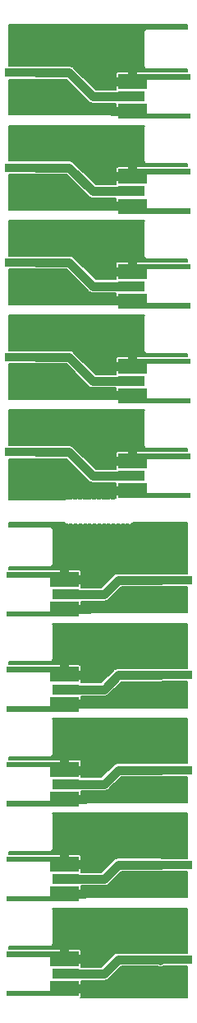
<source format=gbr>
G04 #@! TF.GenerationSoftware,KiCad,Pcbnew,(5.0.2)-1*
G04 #@! TF.CreationDate,2019-09-04T12:36:58-04:00*
G04 #@! TF.ProjectId,MMCX_2DD-100P_Both,4d4d4358-5f32-4444-942d-313030505f42,rev?*
G04 #@! TF.SameCoordinates,Original*
G04 #@! TF.FileFunction,Copper,L1,Top*
G04 #@! TF.FilePolarity,Positive*
%FSLAX46Y46*%
G04 Gerber Fmt 4.6, Leading zero omitted, Abs format (unit mm)*
G04 Created by KiCad (PCBNEW (5.0.2)-1) date 9/4/2019 12:36:58 PM*
%MOMM*%
%LPD*%
G01*
G04 APERTURE LIST*
G04 #@! TA.AperFunction,SMDPad,CuDef*
%ADD10R,6.477000X0.883920*%
G04 #@! TD*
G04 #@! TA.AperFunction,SMDPad,CuDef*
%ADD11R,2.695200X1.092200*%
G04 #@! TD*
G04 #@! TA.AperFunction,SMDPad,CuDef*
%ADD12C,1.525300*%
G04 #@! TD*
G04 #@! TA.AperFunction,Conductor*
%ADD13C,0.100000*%
G04 #@! TD*
G04 #@! TA.AperFunction,ViaPad*
%ADD14C,0.800000*%
G04 #@! TD*
G04 #@! TA.AperFunction,Conductor*
%ADD15C,0.896620*%
G04 #@! TD*
G04 #@! TA.AperFunction,Conductor*
%ADD16C,0.250000*%
G04 #@! TD*
G04 #@! TA.AperFunction,Conductor*
%ADD17C,0.660400*%
G04 #@! TD*
G04 #@! TA.AperFunction,Conductor*
%ADD18C,0.152400*%
G04 #@! TD*
G04 APERTURE END LIST*
D10*
G04 #@! TO.P,J2,2*
G04 #@! TO.N,Net-(J2-Pad2)*
X90371940Y-106797235D03*
G04 #@! TD*
G04 #@! TO.P,J5,2*
G04 #@! TO.N,Net-(J5-Pad2)*
X90371940Y-116555755D03*
G04 #@! TD*
G04 #@! TO.P,J8,2*
G04 #@! TO.N,Net-(J8-Pad2)*
X90371940Y-126314275D03*
G04 #@! TD*
G04 #@! TO.P,J11,2*
G04 #@! TO.N,Net-(J11-Pad2)*
X90371940Y-136072798D03*
G04 #@! TD*
G04 #@! TO.P,J14,2*
G04 #@! TO.N,Net-(J14-Pad2)*
X90371940Y-145831315D03*
G04 #@! TD*
D11*
G04 #@! TO.P,J3,1*
G04 #@! TO.N,Net-(J2-Pad2)*
X80576190Y-108261016D03*
D12*
G04 #@! TO.P,J3,2*
G04 #@! TO.N,Net-(J1-Pad2)*
X80423790Y-106723666D03*
D13*
G04 #@! TD*
G04 #@! TO.N,Net-(J1-Pad2)*
G04 #@! TO.C,J3*
G36*
X81923790Y-107486316D02*
X78923790Y-107486316D01*
X78923790Y-106511016D01*
X74423790Y-106511016D01*
X74423790Y-105961016D01*
X81923790Y-105961016D01*
X81923790Y-107486316D01*
X81923790Y-107486316D01*
G37*
D12*
G04 #@! TO.P,J3,2*
G04 #@! TO.N,Net-(J1-Pad2)*
X80423790Y-109798366D03*
D13*
G04 #@! TD*
G04 #@! TO.N,Net-(J1-Pad2)*
G04 #@! TO.C,J3*
G36*
X81923790Y-110561016D02*
X74423790Y-110561016D01*
X74423790Y-110011016D01*
X78923790Y-110011016D01*
X78923790Y-109035716D01*
X81923790Y-109035716D01*
X81923790Y-110561016D01*
X81923790Y-110561016D01*
G37*
D12*
G04 #@! TO.P,J6,2*
G04 #@! TO.N,Net-(J4-Pad2)*
X80423790Y-119556886D03*
D13*
G04 #@! TD*
G04 #@! TO.N,Net-(J4-Pad2)*
G04 #@! TO.C,J6*
G36*
X81923790Y-120319536D02*
X74423790Y-120319536D01*
X74423790Y-119769536D01*
X78923790Y-119769536D01*
X78923790Y-118794236D01*
X81923790Y-118794236D01*
X81923790Y-120319536D01*
X81923790Y-120319536D01*
G37*
D12*
G04 #@! TO.P,J6,2*
G04 #@! TO.N,Net-(J4-Pad2)*
X80423790Y-116482186D03*
D13*
G04 #@! TD*
G04 #@! TO.N,Net-(J4-Pad2)*
G04 #@! TO.C,J6*
G36*
X81923790Y-117244836D02*
X78923790Y-117244836D01*
X78923790Y-116269536D01*
X74423790Y-116269536D01*
X74423790Y-115719536D01*
X81923790Y-115719536D01*
X81923790Y-117244836D01*
X81923790Y-117244836D01*
G37*
D11*
G04 #@! TO.P,J6,1*
G04 #@! TO.N,Net-(J5-Pad2)*
X80576190Y-118019536D03*
G04 #@! TD*
D12*
G04 #@! TO.P,J9,2*
G04 #@! TO.N,Net-(J7-Pad2)*
X80423790Y-129315406D03*
D13*
G04 #@! TD*
G04 #@! TO.N,Net-(J7-Pad2)*
G04 #@! TO.C,J9*
G36*
X81923790Y-130078056D02*
X74423790Y-130078056D01*
X74423790Y-129528056D01*
X78923790Y-129528056D01*
X78923790Y-128552756D01*
X81923790Y-128552756D01*
X81923790Y-130078056D01*
X81923790Y-130078056D01*
G37*
D12*
G04 #@! TO.P,J9,2*
G04 #@! TO.N,Net-(J7-Pad2)*
X80423790Y-126240706D03*
D13*
G04 #@! TD*
G04 #@! TO.N,Net-(J7-Pad2)*
G04 #@! TO.C,J9*
G36*
X81923790Y-127003356D02*
X78923790Y-127003356D01*
X78923790Y-126028056D01*
X74423790Y-126028056D01*
X74423790Y-125478056D01*
X81923790Y-125478056D01*
X81923790Y-127003356D01*
X81923790Y-127003356D01*
G37*
D11*
G04 #@! TO.P,J9,1*
G04 #@! TO.N,Net-(J8-Pad2)*
X80576190Y-127778056D03*
G04 #@! TD*
D12*
G04 #@! TO.P,J12,2*
G04 #@! TO.N,Net-(J10-Pad2)*
X80423790Y-139073926D03*
D13*
G04 #@! TD*
G04 #@! TO.N,Net-(J10-Pad2)*
G04 #@! TO.C,J12*
G36*
X81923790Y-139836576D02*
X74423790Y-139836576D01*
X74423790Y-139286576D01*
X78923790Y-139286576D01*
X78923790Y-138311276D01*
X81923790Y-138311276D01*
X81923790Y-139836576D01*
X81923790Y-139836576D01*
G37*
D12*
G04 #@! TO.P,J12,2*
G04 #@! TO.N,Net-(J10-Pad2)*
X80423790Y-135999226D03*
D13*
G04 #@! TD*
G04 #@! TO.N,Net-(J10-Pad2)*
G04 #@! TO.C,J12*
G36*
X81923790Y-136761876D02*
X78923790Y-136761876D01*
X78923790Y-135786576D01*
X74423790Y-135786576D01*
X74423790Y-135236576D01*
X81923790Y-135236576D01*
X81923790Y-136761876D01*
X81923790Y-136761876D01*
G37*
D11*
G04 #@! TO.P,J12,1*
G04 #@! TO.N,Net-(J11-Pad2)*
X80576190Y-137536576D03*
G04 #@! TD*
D12*
G04 #@! TO.P,J15,2*
G04 #@! TO.N,Net-(J13-Pad2)*
X80423790Y-148832446D03*
D13*
G04 #@! TD*
G04 #@! TO.N,Net-(J13-Pad2)*
G04 #@! TO.C,J15*
G36*
X81923790Y-149595096D02*
X74423790Y-149595096D01*
X74423790Y-149045096D01*
X78923790Y-149045096D01*
X78923790Y-148069796D01*
X81923790Y-148069796D01*
X81923790Y-149595096D01*
X81923790Y-149595096D01*
G37*
D12*
G04 #@! TO.P,J15,2*
G04 #@! TO.N,Net-(J13-Pad2)*
X80423790Y-145757746D03*
D13*
G04 #@! TD*
G04 #@! TO.N,Net-(J13-Pad2)*
G04 #@! TO.C,J15*
G36*
X81923790Y-146520396D02*
X78923790Y-146520396D01*
X78923790Y-145545096D01*
X74423790Y-145545096D01*
X74423790Y-144995096D01*
X81923790Y-144995096D01*
X81923790Y-146520396D01*
X81923790Y-146520396D01*
G37*
D11*
G04 #@! TO.P,J15,1*
G04 #@! TO.N,Net-(J14-Pad2)*
X80576190Y-147295096D03*
G04 #@! TD*
D10*
G04 #@! TO.P,J2,2*
G04 #@! TO.N,Net-(J2-Pad2)*
X77504527Y-93627910D03*
G04 #@! TD*
G04 #@! TO.P,J5,2*
G04 #@! TO.N,Net-(J5-Pad2)*
X77504527Y-83869390D03*
G04 #@! TD*
G04 #@! TO.P,J8,2*
G04 #@! TO.N,Net-(J8-Pad2)*
X77504527Y-74110873D03*
G04 #@! TD*
G04 #@! TO.P,J11,2*
G04 #@! TO.N,Net-(J11-Pad2)*
X77504527Y-64352353D03*
G04 #@! TD*
G04 #@! TO.P,J14,2*
G04 #@! TO.N,Net-(J14-Pad2)*
X77504527Y-54593827D03*
G04 #@! TD*
D11*
G04 #@! TO.P,J3,1*
G04 #@! TO.N,Net-(J2-Pad2)*
X87300277Y-96067540D03*
D12*
G04 #@! TO.P,J3,2*
G04 #@! TO.N,Net-(J1-Pad2)*
X87452677Y-97604890D03*
D13*
G04 #@! TD*
G04 #@! TO.N,Net-(J1-Pad2)*
G04 #@! TO.C,J3*
G36*
X85952677Y-96842240D02*
X88952677Y-96842240D01*
X88952677Y-97817540D01*
X93452677Y-97817540D01*
X93452677Y-98367540D01*
X85952677Y-98367540D01*
X85952677Y-96842240D01*
X85952677Y-96842240D01*
G37*
D12*
G04 #@! TO.P,J3,2*
G04 #@! TO.N,Net-(J1-Pad2)*
X87452677Y-94530190D03*
D13*
G04 #@! TD*
G04 #@! TO.N,Net-(J1-Pad2)*
G04 #@! TO.C,J3*
G36*
X85952677Y-93767540D02*
X93452677Y-93767540D01*
X93452677Y-94317540D01*
X88952677Y-94317540D01*
X88952677Y-95292840D01*
X85952677Y-95292840D01*
X85952677Y-93767540D01*
X85952677Y-93767540D01*
G37*
D12*
G04 #@! TO.P,J6,2*
G04 #@! TO.N,Net-(J4-Pad2)*
X87452677Y-84771670D03*
D13*
G04 #@! TD*
G04 #@! TO.N,Net-(J4-Pad2)*
G04 #@! TO.C,J6*
G36*
X85952677Y-84009020D02*
X93452677Y-84009020D01*
X93452677Y-84559020D01*
X88952677Y-84559020D01*
X88952677Y-85534320D01*
X85952677Y-85534320D01*
X85952677Y-84009020D01*
X85952677Y-84009020D01*
G37*
D12*
G04 #@! TO.P,J6,2*
G04 #@! TO.N,Net-(J4-Pad2)*
X87452677Y-87846370D03*
D13*
G04 #@! TD*
G04 #@! TO.N,Net-(J4-Pad2)*
G04 #@! TO.C,J6*
G36*
X85952677Y-87083720D02*
X88952677Y-87083720D01*
X88952677Y-88059020D01*
X93452677Y-88059020D01*
X93452677Y-88609020D01*
X85952677Y-88609020D01*
X85952677Y-87083720D01*
X85952677Y-87083720D01*
G37*
D11*
G04 #@! TO.P,J6,1*
G04 #@! TO.N,Net-(J5-Pad2)*
X87300277Y-86309020D03*
G04 #@! TD*
D12*
G04 #@! TO.P,J9,2*
G04 #@! TO.N,Net-(J7-Pad2)*
X87452677Y-75013150D03*
D13*
G04 #@! TD*
G04 #@! TO.N,Net-(J7-Pad2)*
G04 #@! TO.C,J9*
G36*
X85952677Y-74250500D02*
X93452677Y-74250500D01*
X93452677Y-74800500D01*
X88952677Y-74800500D01*
X88952677Y-75775800D01*
X85952677Y-75775800D01*
X85952677Y-74250500D01*
X85952677Y-74250500D01*
G37*
D12*
G04 #@! TO.P,J9,2*
G04 #@! TO.N,Net-(J7-Pad2)*
X87452677Y-78087850D03*
D13*
G04 #@! TD*
G04 #@! TO.N,Net-(J7-Pad2)*
G04 #@! TO.C,J9*
G36*
X85952677Y-77325200D02*
X88952677Y-77325200D01*
X88952677Y-78300500D01*
X93452677Y-78300500D01*
X93452677Y-78850500D01*
X85952677Y-78850500D01*
X85952677Y-77325200D01*
X85952677Y-77325200D01*
G37*
D11*
G04 #@! TO.P,J9,1*
G04 #@! TO.N,Net-(J8-Pad2)*
X87300277Y-76550500D03*
G04 #@! TD*
D12*
G04 #@! TO.P,J12,2*
G04 #@! TO.N,Net-(J10-Pad2)*
X87452677Y-65254630D03*
D13*
G04 #@! TD*
G04 #@! TO.N,Net-(J10-Pad2)*
G04 #@! TO.C,J12*
G36*
X85952677Y-64491980D02*
X93452677Y-64491980D01*
X93452677Y-65041980D01*
X88952677Y-65041980D01*
X88952677Y-66017280D01*
X85952677Y-66017280D01*
X85952677Y-64491980D01*
X85952677Y-64491980D01*
G37*
D12*
G04 #@! TO.P,J12,2*
G04 #@! TO.N,Net-(J10-Pad2)*
X87452677Y-68329330D03*
D13*
G04 #@! TD*
G04 #@! TO.N,Net-(J10-Pad2)*
G04 #@! TO.C,J12*
G36*
X85952677Y-67566680D02*
X88952677Y-67566680D01*
X88952677Y-68541980D01*
X93452677Y-68541980D01*
X93452677Y-69091980D01*
X85952677Y-69091980D01*
X85952677Y-67566680D01*
X85952677Y-67566680D01*
G37*
D11*
G04 #@! TO.P,J12,1*
G04 #@! TO.N,Net-(J11-Pad2)*
X87300277Y-66791980D03*
G04 #@! TD*
D12*
G04 #@! TO.P,J15,2*
G04 #@! TO.N,Net-(J13-Pad2)*
X87452677Y-55496110D03*
D13*
G04 #@! TD*
G04 #@! TO.N,Net-(J13-Pad2)*
G04 #@! TO.C,J15*
G36*
X85952677Y-54733460D02*
X93452677Y-54733460D01*
X93452677Y-55283460D01*
X88952677Y-55283460D01*
X88952677Y-56258760D01*
X85952677Y-56258760D01*
X85952677Y-54733460D01*
X85952677Y-54733460D01*
G37*
D12*
G04 #@! TO.P,J15,2*
G04 #@! TO.N,Net-(J13-Pad2)*
X87452677Y-58570810D03*
D13*
G04 #@! TD*
G04 #@! TO.N,Net-(J13-Pad2)*
G04 #@! TO.C,J15*
G36*
X85952677Y-57808160D02*
X88952677Y-57808160D01*
X88952677Y-58783460D01*
X93452677Y-58783460D01*
X93452677Y-59333460D01*
X85952677Y-59333460D01*
X85952677Y-57808160D01*
X85952677Y-57808160D01*
G37*
D11*
G04 #@! TO.P,J15,1*
G04 #@! TO.N,Net-(J14-Pad2)*
X87300277Y-57033460D03*
G04 #@! TD*
D14*
G04 #@! TO.N,Net-(J1-Pad2)*
X82565124Y-106797238D03*
X82565124Y-101917972D03*
X84028902Y-104845534D03*
X84516828Y-101917978D03*
X85980606Y-102893830D03*
X82565124Y-109724794D03*
X82565124Y-104919106D03*
X89884014Y-104357608D03*
X85980606Y-108748942D03*
X84516828Y-109724794D03*
X92323644Y-104357608D03*
X84028902Y-106797238D03*
X87444384Y-109236868D03*
X85004754Y-105821386D03*
X89884014Y-109236868D03*
X92323644Y-109236868D03*
X87444384Y-104357608D03*
X85311343Y-92652058D03*
X85311343Y-97531324D03*
X83847565Y-94603762D03*
X83359639Y-97531318D03*
X81895861Y-96555466D03*
X85311343Y-89724502D03*
X85311343Y-94530190D03*
X77992453Y-96067540D03*
X81895861Y-90700354D03*
X83359639Y-89724502D03*
X75552823Y-96067540D03*
X83847565Y-92652058D03*
X80432083Y-91188280D03*
X82871713Y-93627910D03*
X77992453Y-91188280D03*
X75552823Y-91188280D03*
X80432083Y-96067540D03*
G04 #@! TO.N,Net-(J4-Pad2)*
X87444384Y-118995388D03*
X89884014Y-118995388D03*
X92323644Y-118995388D03*
X82565124Y-111676498D03*
X82565124Y-116555758D03*
X82565124Y-119531930D03*
X82565124Y-114604054D03*
X85980606Y-112652350D03*
X85980606Y-118507462D03*
X84516828Y-119483314D03*
X84028902Y-116555758D03*
X84028902Y-114604054D03*
X85004754Y-115579906D03*
X84516828Y-111676498D03*
X87444384Y-114116128D03*
X89884014Y-114116128D03*
X92323644Y-114116128D03*
X80432083Y-81429760D03*
X77992453Y-81429760D03*
X75552823Y-81429760D03*
X85311343Y-87772798D03*
X85311343Y-82893538D03*
X85311343Y-79917366D03*
X85311343Y-84845242D03*
X81895861Y-86796946D03*
X81895861Y-80941834D03*
X83359639Y-79965982D03*
X83847565Y-82893538D03*
X83847565Y-84845242D03*
X82871713Y-83869390D03*
X83359639Y-87772798D03*
X80432083Y-86309020D03*
X77992453Y-86309020D03*
X75552823Y-86309020D03*
G04 #@! TO.N,Net-(J7-Pad2)*
X87444384Y-128753908D03*
X89884014Y-128753908D03*
X92323644Y-128753908D03*
X82565124Y-126314278D03*
X82565124Y-124362574D03*
X85980606Y-128265982D03*
X84516828Y-129241834D03*
X84028902Y-124362574D03*
X85004754Y-125338426D03*
X82565124Y-129290480D03*
X85980606Y-122410870D03*
X82565124Y-121435018D03*
X84516828Y-121435018D03*
X87444384Y-123874648D03*
X89884014Y-123874648D03*
X92323644Y-123874648D03*
X84028902Y-126314278D03*
X80432083Y-71671240D03*
X77992453Y-71671240D03*
X75552823Y-71671240D03*
X85311343Y-73135018D03*
X85311343Y-75086722D03*
X81895861Y-71183314D03*
X83359639Y-70207462D03*
X83847565Y-75086722D03*
X82871713Y-74110870D03*
X85311343Y-70158816D03*
X81895861Y-77038426D03*
X85311343Y-78014278D03*
X83359639Y-78014278D03*
X80432083Y-76550500D03*
X77992453Y-76550500D03*
X75552823Y-76550500D03*
X83847565Y-73135018D03*
G04 #@! TO.N,Net-(J10-Pad2)*
X87444384Y-138512428D03*
X89884014Y-138512428D03*
X92323644Y-138512428D03*
X82565124Y-136072798D03*
X82565142Y-139073926D03*
X82565142Y-131193637D03*
X82565124Y-134121094D03*
X84028902Y-134121094D03*
X84516828Y-139000354D03*
X85980606Y-132169390D03*
X85980606Y-138024502D03*
X85004754Y-135096946D03*
X84516828Y-131193538D03*
X87444384Y-133633168D03*
X89884014Y-133633168D03*
X92323644Y-133633168D03*
X84028902Y-136072798D03*
X80432083Y-61912720D03*
X77992453Y-61912720D03*
X75552823Y-61912720D03*
X85311343Y-63376498D03*
X85311325Y-60375370D03*
X85311325Y-68255659D03*
X85311343Y-65328202D03*
X83847565Y-65328202D03*
X83359639Y-60448942D03*
X81895861Y-67279906D03*
X81895861Y-61424794D03*
X82871713Y-64352350D03*
X83359639Y-68255758D03*
X80432083Y-66791980D03*
X77992453Y-66791980D03*
X75552823Y-66791980D03*
X83847565Y-63376498D03*
G04 #@! TO.N,Net-(J13-Pad2)*
X89884014Y-148270948D03*
X85980606Y-147783022D03*
X84028902Y-143879614D03*
X82565124Y-145831318D03*
X82565142Y-140952212D03*
X82565142Y-148807580D03*
X82491736Y-143953186D03*
X84516828Y-148758874D03*
X92323644Y-148270948D03*
X85004754Y-144855466D03*
X87444384Y-148270948D03*
X84516828Y-140952058D03*
X92323644Y-143391688D03*
X89884014Y-143391688D03*
X87444384Y-143391688D03*
X85980606Y-141927910D03*
X84028902Y-145831318D03*
X77992453Y-52154200D03*
X81895861Y-51666274D03*
X83847565Y-55569682D03*
X85311343Y-53617978D03*
X85311325Y-58497084D03*
X85311325Y-50641716D03*
X85384731Y-55496110D03*
X83359639Y-50690422D03*
X75552823Y-52154200D03*
X82871713Y-54593830D03*
X80432083Y-52154200D03*
X83359639Y-58497238D03*
X75552823Y-57033460D03*
X77992453Y-57033460D03*
X80432083Y-57033460D03*
X81895861Y-57521386D03*
X83847565Y-53617978D03*
G04 #@! TD*
D15*
G04 #@! TO.N,Net-(J1-Pad2)*
X80423790Y-106748682D02*
X82125754Y-106748682D01*
X80423790Y-109773380D02*
X83004464Y-109773380D01*
X80423790Y-104919106D02*
X80423790Y-106607612D01*
X87452677Y-94530190D02*
X87452677Y-92841684D01*
X87452677Y-94530190D02*
X85384891Y-94530190D01*
X85384891Y-94530190D02*
X85384891Y-94530190D01*
X87379111Y-97531324D02*
X87452677Y-97604890D01*
X85311343Y-97531324D02*
X87379111Y-97531324D01*
X85311343Y-97531324D02*
X85255654Y-97531324D01*
D16*
G04 #@! TO.N,Net-(J4-Pad2)*
X80775500Y-115092016D02*
X80423790Y-114740306D01*
D15*
X80423790Y-119531930D02*
X82516592Y-119531930D01*
X80423790Y-114677626D02*
X80423790Y-116366172D01*
X82565124Y-111676498D02*
X82620818Y-111676498D01*
X80497362Y-116555758D02*
X80423790Y-116482186D01*
X82565124Y-116555758D02*
X80497362Y-116555758D01*
D16*
X87100967Y-84357280D02*
X87452677Y-84708990D01*
D17*
X87347547Y-84357280D02*
X87452677Y-84462410D01*
D15*
X87452677Y-84771670D02*
X87452677Y-83083124D01*
X87379071Y-87772764D02*
X87452677Y-87846370D01*
X87452677Y-84771670D02*
X85384915Y-84771670D01*
X87379105Y-87772798D02*
X87452677Y-87846370D01*
X85311343Y-87772798D02*
X87379105Y-87772798D01*
X85311343Y-87772798D02*
X85255649Y-87772798D01*
G04 #@! TO.N,Net-(J7-Pad2)*
X80423790Y-129290480D02*
X82565124Y-129290480D01*
X80423790Y-124436146D02*
X80423790Y-126124732D01*
X80497362Y-126314278D02*
X80423790Y-126240706D01*
X82565124Y-126314278D02*
X80497362Y-126314278D01*
D17*
X87347547Y-74598730D02*
X87452677Y-74703860D01*
D15*
X87452677Y-75013150D02*
X87452677Y-73324564D01*
X87452677Y-75013150D02*
X85384811Y-75013150D01*
X85384811Y-75013150D02*
X85384811Y-75013150D01*
X87379039Y-78014212D02*
X87452677Y-78087850D01*
X85311343Y-78014278D02*
X85255647Y-78014278D01*
X85311343Y-78014278D02*
X87379105Y-78014278D01*
X87379105Y-78014278D02*
X87452677Y-78087850D01*
D17*
G04 #@! TO.N,Net-(J10-Pad2)*
X80528920Y-134609116D02*
X80423790Y-134503986D01*
D15*
X80423790Y-139073926D02*
X82491552Y-139073926D01*
X80423790Y-135999226D02*
X82491552Y-135999226D01*
X80423790Y-134194666D02*
X80423790Y-135883292D01*
D17*
X87347547Y-64840180D02*
X87452677Y-64945310D01*
D15*
X87452677Y-65254630D02*
X87452677Y-63566004D01*
X87452677Y-65254630D02*
X85384771Y-65254630D01*
X85384771Y-65254630D02*
X85384771Y-65254630D01*
X87379006Y-68255659D02*
X87452677Y-68329330D01*
X85311325Y-68255659D02*
X87379006Y-68255659D01*
X85311325Y-68255659D02*
X85255549Y-68255659D01*
G04 #@! TO.N,Net-(J13-Pad2)*
X80423790Y-145782882D02*
X82125634Y-145782882D01*
X82565142Y-140952212D02*
X82620970Y-140952212D01*
X80423790Y-148807580D02*
X83004476Y-148807580D01*
X80423790Y-145757746D02*
X80423790Y-144069244D01*
X87452677Y-55496110D02*
X87452677Y-52831588D01*
X87452677Y-55496110D02*
X85384731Y-55496110D01*
X85384731Y-55496110D02*
X85384731Y-55496110D01*
X87378951Y-58497084D02*
X87452677Y-58570810D01*
X85311325Y-58497084D02*
X87378951Y-58497084D01*
X85311325Y-58497084D02*
X85255497Y-58497084D01*
G04 #@! TO.N,Net-(J2-Pad2)*
X80576190Y-108261016D02*
X84516828Y-108261016D01*
X85980609Y-106797235D02*
X90371940Y-106797235D01*
X84516828Y-108261016D02*
X85980609Y-106797235D01*
X87300277Y-96067540D02*
X83359639Y-96067540D01*
X80920009Y-93627910D02*
X77504527Y-93627910D01*
X83359639Y-96067540D02*
X80920009Y-93627910D01*
G04 #@! TO.N,Net-(J5-Pad2)*
X80576190Y-118019536D02*
X84516828Y-118019536D01*
X85980609Y-116555755D02*
X90371940Y-116555755D01*
X84516828Y-118019536D02*
X85980609Y-116555755D01*
X87300277Y-86309020D02*
X83359639Y-86309020D01*
X80920009Y-83869390D02*
X77504527Y-83869390D01*
X83359639Y-86309020D02*
X80920009Y-83869390D01*
G04 #@! TO.N,Net-(J8-Pad2)*
X80576190Y-127778056D02*
X84516828Y-127778056D01*
X85980609Y-126314275D02*
X90371940Y-126314275D01*
X84516828Y-127778056D02*
X85980609Y-126314275D01*
X87300277Y-76550500D02*
X83359639Y-76550500D01*
X80920012Y-74110873D02*
X77504527Y-74110873D01*
X83359639Y-76550500D02*
X80920012Y-74110873D01*
G04 #@! TO.N,Net-(J11-Pad2)*
X84516828Y-137536576D02*
X80576190Y-137536576D01*
X85980606Y-136072798D02*
X90371940Y-136072798D01*
X84516828Y-137536576D02*
X85980606Y-136072798D01*
X87300277Y-66791980D02*
X83359639Y-66791980D01*
X80920012Y-64352353D02*
X77504527Y-64352353D01*
X83359639Y-66791980D02*
X80920012Y-64352353D01*
G04 #@! TO.N,Net-(J14-Pad2)*
X90317070Y-145886185D02*
X90371940Y-145831315D01*
X80576190Y-147295096D02*
X84516828Y-147295096D01*
X85980609Y-145831315D02*
X90371940Y-145831315D01*
X84516828Y-147295096D02*
X85980609Y-145831315D01*
X87300277Y-57033460D02*
X83359639Y-57033460D01*
X80920006Y-54593827D02*
X77504527Y-54593827D01*
X83359639Y-57033460D02*
X80920006Y-54593827D01*
G04 #@! TD*
D18*
G04 #@! TO.N,Net-(J1-Pad2)*
G36*
X93124505Y-110136520D02*
X82179019Y-110136520D01*
X82179019Y-109035716D01*
X82174115Y-108985923D01*
X82167260Y-108963326D01*
X84482330Y-108963326D01*
X84516828Y-108966724D01*
X84551326Y-108963326D01*
X84551328Y-108963326D01*
X84654505Y-108953164D01*
X84786891Y-108913005D01*
X84908898Y-108847791D01*
X85015839Y-108760027D01*
X85037838Y-108733221D01*
X86271515Y-107499545D01*
X90406440Y-107499545D01*
X90458445Y-107494423D01*
X93124505Y-107494423D01*
X93124505Y-110136520D01*
X93124505Y-110136520D01*
G37*
X93124505Y-110136520D02*
X82179019Y-110136520D01*
X82179019Y-109035716D01*
X82174115Y-108985923D01*
X82167260Y-108963326D01*
X84482330Y-108963326D01*
X84516828Y-108966724D01*
X84551326Y-108963326D01*
X84551328Y-108963326D01*
X84654505Y-108953164D01*
X84786891Y-108913005D01*
X84908898Y-108847791D01*
X85015839Y-108760027D01*
X85037838Y-108733221D01*
X86271515Y-107499545D01*
X90406440Y-107499545D01*
X90458445Y-107494423D01*
X93124505Y-107494423D01*
X93124505Y-110136520D01*
G36*
X80508570Y-100951644D02*
X80561639Y-101004713D01*
X80624041Y-101046408D01*
X80693379Y-101075129D01*
X80766987Y-101089771D01*
X80842037Y-101089771D01*
X80915645Y-101075129D01*
X80984983Y-101046408D01*
X81047385Y-101004713D01*
X81048475Y-101003623D01*
X81049565Y-101004713D01*
X81111967Y-101046408D01*
X81181305Y-101075129D01*
X81254913Y-101089771D01*
X81329963Y-101089771D01*
X81403571Y-101075129D01*
X81472909Y-101046408D01*
X81535311Y-101004713D01*
X81536401Y-101003623D01*
X81537491Y-101004713D01*
X81599893Y-101046408D01*
X81669231Y-101075129D01*
X81742839Y-101089771D01*
X81817889Y-101089771D01*
X81891497Y-101075129D01*
X81960835Y-101046408D01*
X82023237Y-101004713D01*
X82024327Y-101003623D01*
X82025417Y-101004713D01*
X82087819Y-101046408D01*
X82157157Y-101075129D01*
X82230765Y-101089771D01*
X82305815Y-101089771D01*
X82379423Y-101075129D01*
X82448761Y-101046408D01*
X82511163Y-101004713D01*
X82512253Y-101003623D01*
X82513343Y-101004713D01*
X82575745Y-101046408D01*
X82645083Y-101075129D01*
X82718691Y-101089771D01*
X82793741Y-101089771D01*
X82867349Y-101075129D01*
X82936687Y-101046408D01*
X82999089Y-101004713D01*
X83000179Y-101003623D01*
X83001269Y-101004713D01*
X83063671Y-101046408D01*
X83133009Y-101075129D01*
X83206617Y-101089771D01*
X83281667Y-101089771D01*
X83355275Y-101075129D01*
X83424613Y-101046408D01*
X83487015Y-101004713D01*
X83488105Y-101003623D01*
X83489195Y-101004713D01*
X83551597Y-101046408D01*
X83620935Y-101075129D01*
X83694543Y-101089771D01*
X83769593Y-101089771D01*
X83843201Y-101075129D01*
X83912539Y-101046408D01*
X83974941Y-101004713D01*
X83976031Y-101003623D01*
X83977121Y-101004713D01*
X84039523Y-101046408D01*
X84108861Y-101075129D01*
X84182469Y-101089771D01*
X84257519Y-101089771D01*
X84331127Y-101075129D01*
X84400465Y-101046408D01*
X84462867Y-101004713D01*
X84463957Y-101003623D01*
X84465047Y-101004713D01*
X84527449Y-101046408D01*
X84596787Y-101075129D01*
X84670395Y-101089771D01*
X84745445Y-101089771D01*
X84819053Y-101075129D01*
X84888391Y-101046408D01*
X84950793Y-101004713D01*
X84951883Y-101003623D01*
X84952973Y-101004713D01*
X85015375Y-101046408D01*
X85084713Y-101075129D01*
X85158321Y-101089771D01*
X85233371Y-101089771D01*
X85306979Y-101075129D01*
X85376317Y-101046408D01*
X85438719Y-101004713D01*
X85439809Y-101003623D01*
X85440899Y-101004713D01*
X85503301Y-101046408D01*
X85572639Y-101075129D01*
X85646247Y-101089771D01*
X85721297Y-101089771D01*
X85794905Y-101075129D01*
X85864243Y-101046408D01*
X85926645Y-101004713D01*
X85927735Y-101003623D01*
X85928825Y-101004713D01*
X85991227Y-101046408D01*
X86060565Y-101075129D01*
X86134173Y-101089771D01*
X86209223Y-101089771D01*
X86282831Y-101075129D01*
X86352169Y-101046408D01*
X86414571Y-101004713D01*
X86415661Y-101003623D01*
X86416751Y-101004713D01*
X86479153Y-101046408D01*
X86548491Y-101075129D01*
X86622099Y-101089771D01*
X86697149Y-101089771D01*
X86770757Y-101075129D01*
X86840095Y-101046408D01*
X86902497Y-101004713D01*
X86903587Y-101003623D01*
X86904677Y-101004713D01*
X86967079Y-101046408D01*
X87036417Y-101075129D01*
X87110025Y-101089771D01*
X87185075Y-101089771D01*
X87258683Y-101075129D01*
X87328021Y-101046408D01*
X87390423Y-101004713D01*
X87443492Y-100951644D01*
X87470802Y-100910771D01*
X93124505Y-100910771D01*
X93124505Y-106100047D01*
X90458445Y-106100047D01*
X90406440Y-106094925D01*
X86015107Y-106094925D01*
X85980609Y-106091527D01*
X85946111Y-106094925D01*
X85946109Y-106094925D01*
X85842932Y-106105087D01*
X85710546Y-106145246D01*
X85588539Y-106210460D01*
X85481598Y-106298224D01*
X85459603Y-106325025D01*
X84225923Y-107558706D01*
X82167260Y-107558706D01*
X82174115Y-107536109D01*
X82179019Y-107486316D01*
X82179019Y-105961016D01*
X82174115Y-105911223D01*
X82159591Y-105863344D01*
X82136005Y-105819218D01*
X82104264Y-105780542D01*
X82065588Y-105748801D01*
X82021462Y-105725215D01*
X81973583Y-105710691D01*
X81923790Y-105705787D01*
X74752805Y-105705787D01*
X74752805Y-105460771D01*
X78907651Y-105460771D01*
X78923805Y-105462362D01*
X78939959Y-105460771D01*
X78988300Y-105456010D01*
X79050317Y-105437197D01*
X79107472Y-105406647D01*
X79157568Y-105365534D01*
X79198681Y-105315438D01*
X79229231Y-105258283D01*
X79248044Y-105196266D01*
X79254396Y-105131771D01*
X79252805Y-105115617D01*
X79252805Y-101647925D01*
X79254396Y-101631771D01*
X79248044Y-101567276D01*
X79229231Y-101505259D01*
X79198681Y-101448104D01*
X79157568Y-101398008D01*
X79107472Y-101356895D01*
X79050317Y-101326345D01*
X78988300Y-101307532D01*
X78939959Y-101302771D01*
X78923805Y-101301180D01*
X78907651Y-101302771D01*
X74752805Y-101302771D01*
X74752805Y-100910771D01*
X80481260Y-100910771D01*
X80508570Y-100951644D01*
X80508570Y-100951644D01*
G37*
X80508570Y-100951644D02*
X80561639Y-101004713D01*
X80624041Y-101046408D01*
X80693379Y-101075129D01*
X80766987Y-101089771D01*
X80842037Y-101089771D01*
X80915645Y-101075129D01*
X80984983Y-101046408D01*
X81047385Y-101004713D01*
X81048475Y-101003623D01*
X81049565Y-101004713D01*
X81111967Y-101046408D01*
X81181305Y-101075129D01*
X81254913Y-101089771D01*
X81329963Y-101089771D01*
X81403571Y-101075129D01*
X81472909Y-101046408D01*
X81535311Y-101004713D01*
X81536401Y-101003623D01*
X81537491Y-101004713D01*
X81599893Y-101046408D01*
X81669231Y-101075129D01*
X81742839Y-101089771D01*
X81817889Y-101089771D01*
X81891497Y-101075129D01*
X81960835Y-101046408D01*
X82023237Y-101004713D01*
X82024327Y-101003623D01*
X82025417Y-101004713D01*
X82087819Y-101046408D01*
X82157157Y-101075129D01*
X82230765Y-101089771D01*
X82305815Y-101089771D01*
X82379423Y-101075129D01*
X82448761Y-101046408D01*
X82511163Y-101004713D01*
X82512253Y-101003623D01*
X82513343Y-101004713D01*
X82575745Y-101046408D01*
X82645083Y-101075129D01*
X82718691Y-101089771D01*
X82793741Y-101089771D01*
X82867349Y-101075129D01*
X82936687Y-101046408D01*
X82999089Y-101004713D01*
X83000179Y-101003623D01*
X83001269Y-101004713D01*
X83063671Y-101046408D01*
X83133009Y-101075129D01*
X83206617Y-101089771D01*
X83281667Y-101089771D01*
X83355275Y-101075129D01*
X83424613Y-101046408D01*
X83487015Y-101004713D01*
X83488105Y-101003623D01*
X83489195Y-101004713D01*
X83551597Y-101046408D01*
X83620935Y-101075129D01*
X83694543Y-101089771D01*
X83769593Y-101089771D01*
X83843201Y-101075129D01*
X83912539Y-101046408D01*
X83974941Y-101004713D01*
X83976031Y-101003623D01*
X83977121Y-101004713D01*
X84039523Y-101046408D01*
X84108861Y-101075129D01*
X84182469Y-101089771D01*
X84257519Y-101089771D01*
X84331127Y-101075129D01*
X84400465Y-101046408D01*
X84462867Y-101004713D01*
X84463957Y-101003623D01*
X84465047Y-101004713D01*
X84527449Y-101046408D01*
X84596787Y-101075129D01*
X84670395Y-101089771D01*
X84745445Y-101089771D01*
X84819053Y-101075129D01*
X84888391Y-101046408D01*
X84950793Y-101004713D01*
X84951883Y-101003623D01*
X84952973Y-101004713D01*
X85015375Y-101046408D01*
X85084713Y-101075129D01*
X85158321Y-101089771D01*
X85233371Y-101089771D01*
X85306979Y-101075129D01*
X85376317Y-101046408D01*
X85438719Y-101004713D01*
X85439809Y-101003623D01*
X85440899Y-101004713D01*
X85503301Y-101046408D01*
X85572639Y-101075129D01*
X85646247Y-101089771D01*
X85721297Y-101089771D01*
X85794905Y-101075129D01*
X85864243Y-101046408D01*
X85926645Y-101004713D01*
X85927735Y-101003623D01*
X85928825Y-101004713D01*
X85991227Y-101046408D01*
X86060565Y-101075129D01*
X86134173Y-101089771D01*
X86209223Y-101089771D01*
X86282831Y-101075129D01*
X86352169Y-101046408D01*
X86414571Y-101004713D01*
X86415661Y-101003623D01*
X86416751Y-101004713D01*
X86479153Y-101046408D01*
X86548491Y-101075129D01*
X86622099Y-101089771D01*
X86697149Y-101089771D01*
X86770757Y-101075129D01*
X86840095Y-101046408D01*
X86902497Y-101004713D01*
X86903587Y-101003623D01*
X86904677Y-101004713D01*
X86967079Y-101046408D01*
X87036417Y-101075129D01*
X87110025Y-101089771D01*
X87185075Y-101089771D01*
X87258683Y-101075129D01*
X87328021Y-101046408D01*
X87390423Y-101004713D01*
X87443492Y-100951644D01*
X87470802Y-100910771D01*
X93124505Y-100910771D01*
X93124505Y-106100047D01*
X90458445Y-106100047D01*
X90406440Y-106094925D01*
X86015107Y-106094925D01*
X85980609Y-106091527D01*
X85946111Y-106094925D01*
X85946109Y-106094925D01*
X85842932Y-106105087D01*
X85710546Y-106145246D01*
X85588539Y-106210460D01*
X85481598Y-106298224D01*
X85459603Y-106325025D01*
X84225923Y-107558706D01*
X82167260Y-107558706D01*
X82174115Y-107536109D01*
X82179019Y-107486316D01*
X82179019Y-105961016D01*
X82174115Y-105911223D01*
X82159591Y-105863344D01*
X82136005Y-105819218D01*
X82104264Y-105780542D01*
X82065588Y-105748801D01*
X82021462Y-105725215D01*
X81973583Y-105710691D01*
X81923790Y-105705787D01*
X74752805Y-105705787D01*
X74752805Y-105460771D01*
X78907651Y-105460771D01*
X78923805Y-105462362D01*
X78939959Y-105460771D01*
X78988300Y-105456010D01*
X79050317Y-105437197D01*
X79107472Y-105406647D01*
X79157568Y-105365534D01*
X79198681Y-105315438D01*
X79229231Y-105258283D01*
X79248044Y-105196266D01*
X79254396Y-105131771D01*
X79252805Y-105115617D01*
X79252805Y-101647925D01*
X79254396Y-101631771D01*
X79248044Y-101567276D01*
X79229231Y-101505259D01*
X79198681Y-101448104D01*
X79157568Y-101398008D01*
X79107472Y-101356895D01*
X79050317Y-101326345D01*
X78988300Y-101307532D01*
X78939959Y-101302771D01*
X78923805Y-101301180D01*
X78907651Y-101302771D01*
X74752805Y-101302771D01*
X74752805Y-100910771D01*
X80481260Y-100910771D01*
X80508570Y-100951644D01*
G04 #@! TO.N,Net-(J4-Pad2)*
G36*
X93124505Y-119895040D02*
X82179019Y-119895040D01*
X82179019Y-118794236D01*
X82174115Y-118744443D01*
X82167260Y-118721846D01*
X84482330Y-118721846D01*
X84516828Y-118725244D01*
X84551326Y-118721846D01*
X84551328Y-118721846D01*
X84654505Y-118711684D01*
X84786891Y-118671525D01*
X84908898Y-118606311D01*
X85015839Y-118518547D01*
X85037838Y-118491741D01*
X86271515Y-117258065D01*
X90406440Y-117258065D01*
X90458445Y-117252943D01*
X93124505Y-117252943D01*
X93124505Y-119895040D01*
X93124505Y-119895040D01*
G37*
X93124505Y-119895040D02*
X82179019Y-119895040D01*
X82179019Y-118794236D01*
X82174115Y-118744443D01*
X82167260Y-118721846D01*
X84482330Y-118721846D01*
X84516828Y-118725244D01*
X84551326Y-118721846D01*
X84551328Y-118721846D01*
X84654505Y-118711684D01*
X84786891Y-118671525D01*
X84908898Y-118606311D01*
X85015839Y-118518547D01*
X85037838Y-118491741D01*
X86271515Y-117258065D01*
X90406440Y-117258065D01*
X90458445Y-117252943D01*
X93124505Y-117252943D01*
X93124505Y-119895040D01*
G36*
X93124505Y-115858567D02*
X90458445Y-115858567D01*
X90406440Y-115853445D01*
X86015107Y-115853445D01*
X85980609Y-115850047D01*
X85946111Y-115853445D01*
X85946109Y-115853445D01*
X85842932Y-115863607D01*
X85710546Y-115903766D01*
X85588539Y-115968980D01*
X85481598Y-116056744D01*
X85459603Y-116083545D01*
X84225923Y-117317226D01*
X82167260Y-117317226D01*
X82174115Y-117294629D01*
X82179019Y-117244836D01*
X82179019Y-115719536D01*
X82174115Y-115669743D01*
X82159591Y-115621864D01*
X82136005Y-115577738D01*
X82104264Y-115539062D01*
X82065588Y-115507321D01*
X82021462Y-115483735D01*
X81973583Y-115469211D01*
X81923790Y-115464307D01*
X74752805Y-115464307D01*
X74752805Y-115219297D01*
X78907651Y-115219297D01*
X78923805Y-115220888D01*
X78939959Y-115219297D01*
X78988300Y-115214536D01*
X79050317Y-115195723D01*
X79107472Y-115165173D01*
X79157568Y-115124060D01*
X79198681Y-115073964D01*
X79229231Y-115016809D01*
X79248044Y-114954792D01*
X79254396Y-114890297D01*
X79252805Y-114874143D01*
X79252805Y-111406451D01*
X79254396Y-111390297D01*
X79248044Y-111325802D01*
X79229530Y-111264772D01*
X93124505Y-111264772D01*
X93124505Y-115858567D01*
X93124505Y-115858567D01*
G37*
X93124505Y-115858567D02*
X90458445Y-115858567D01*
X90406440Y-115853445D01*
X86015107Y-115853445D01*
X85980609Y-115850047D01*
X85946111Y-115853445D01*
X85946109Y-115853445D01*
X85842932Y-115863607D01*
X85710546Y-115903766D01*
X85588539Y-115968980D01*
X85481598Y-116056744D01*
X85459603Y-116083545D01*
X84225923Y-117317226D01*
X82167260Y-117317226D01*
X82174115Y-117294629D01*
X82179019Y-117244836D01*
X82179019Y-115719536D01*
X82174115Y-115669743D01*
X82159591Y-115621864D01*
X82136005Y-115577738D01*
X82104264Y-115539062D01*
X82065588Y-115507321D01*
X82021462Y-115483735D01*
X81973583Y-115469211D01*
X81923790Y-115464307D01*
X74752805Y-115464307D01*
X74752805Y-115219297D01*
X78907651Y-115219297D01*
X78923805Y-115220888D01*
X78939959Y-115219297D01*
X78988300Y-115214536D01*
X79050317Y-115195723D01*
X79107472Y-115165173D01*
X79157568Y-115124060D01*
X79198681Y-115073964D01*
X79229231Y-115016809D01*
X79248044Y-114954792D01*
X79254396Y-114890297D01*
X79252805Y-114874143D01*
X79252805Y-111406451D01*
X79254396Y-111390297D01*
X79248044Y-111325802D01*
X79229530Y-111264772D01*
X93124505Y-111264772D01*
X93124505Y-115858567D01*
G04 #@! TO.N,Net-(J7-Pad2)*
G36*
X93124506Y-129653560D02*
X82179019Y-129653560D01*
X82179019Y-128552756D01*
X82174115Y-128502963D01*
X82167260Y-128480366D01*
X84482330Y-128480366D01*
X84516828Y-128483764D01*
X84551326Y-128480366D01*
X84551328Y-128480366D01*
X84654505Y-128470204D01*
X84786891Y-128430045D01*
X84908898Y-128364831D01*
X85015839Y-128277067D01*
X85037838Y-128250261D01*
X86271515Y-127016585D01*
X90406440Y-127016585D01*
X90458445Y-127011463D01*
X93124506Y-127011463D01*
X93124506Y-129653560D01*
X93124506Y-129653560D01*
G37*
X93124506Y-129653560D02*
X82179019Y-129653560D01*
X82179019Y-128552756D01*
X82174115Y-128502963D01*
X82167260Y-128480366D01*
X84482330Y-128480366D01*
X84516828Y-128483764D01*
X84551326Y-128480366D01*
X84551328Y-128480366D01*
X84654505Y-128470204D01*
X84786891Y-128430045D01*
X84908898Y-128364831D01*
X85015839Y-128277067D01*
X85037838Y-128250261D01*
X86271515Y-127016585D01*
X90406440Y-127016585D01*
X90458445Y-127011463D01*
X93124506Y-127011463D01*
X93124506Y-129653560D01*
G36*
X93124506Y-125617087D02*
X90458445Y-125617087D01*
X90406440Y-125611965D01*
X86015107Y-125611965D01*
X85980609Y-125608567D01*
X85946111Y-125611965D01*
X85946109Y-125611965D01*
X85842932Y-125622127D01*
X85710546Y-125662286D01*
X85588539Y-125727500D01*
X85481598Y-125815264D01*
X85459603Y-125842065D01*
X84225923Y-127075746D01*
X82167260Y-127075746D01*
X82174115Y-127053149D01*
X82179019Y-127003356D01*
X82179019Y-125478056D01*
X82174115Y-125428263D01*
X82159591Y-125380384D01*
X82136005Y-125336258D01*
X82104264Y-125297582D01*
X82065588Y-125265841D01*
X82021462Y-125242255D01*
X81973583Y-125227731D01*
X81923790Y-125222827D01*
X74752805Y-125222827D01*
X74752805Y-124977823D01*
X78907651Y-124977823D01*
X78923805Y-124979414D01*
X78939959Y-124977823D01*
X78988300Y-124973062D01*
X79050317Y-124954249D01*
X79107472Y-124923699D01*
X79157568Y-124882586D01*
X79198681Y-124832490D01*
X79229231Y-124775335D01*
X79248044Y-124713318D01*
X79254396Y-124648823D01*
X79252805Y-124632669D01*
X79252805Y-121164977D01*
X79254396Y-121148823D01*
X79248044Y-121084328D01*
X79229529Y-121023292D01*
X93124506Y-121023292D01*
X93124506Y-125617087D01*
X93124506Y-125617087D01*
G37*
X93124506Y-125617087D02*
X90458445Y-125617087D01*
X90406440Y-125611965D01*
X86015107Y-125611965D01*
X85980609Y-125608567D01*
X85946111Y-125611965D01*
X85946109Y-125611965D01*
X85842932Y-125622127D01*
X85710546Y-125662286D01*
X85588539Y-125727500D01*
X85481598Y-125815264D01*
X85459603Y-125842065D01*
X84225923Y-127075746D01*
X82167260Y-127075746D01*
X82174115Y-127053149D01*
X82179019Y-127003356D01*
X82179019Y-125478056D01*
X82174115Y-125428263D01*
X82159591Y-125380384D01*
X82136005Y-125336258D01*
X82104264Y-125297582D01*
X82065588Y-125265841D01*
X82021462Y-125242255D01*
X81973583Y-125227731D01*
X81923790Y-125222827D01*
X74752805Y-125222827D01*
X74752805Y-124977823D01*
X78907651Y-124977823D01*
X78923805Y-124979414D01*
X78939959Y-124977823D01*
X78988300Y-124973062D01*
X79050317Y-124954249D01*
X79107472Y-124923699D01*
X79157568Y-124882586D01*
X79198681Y-124832490D01*
X79229231Y-124775335D01*
X79248044Y-124713318D01*
X79254396Y-124648823D01*
X79252805Y-124632669D01*
X79252805Y-121164977D01*
X79254396Y-121148823D01*
X79248044Y-121084328D01*
X79229529Y-121023292D01*
X93124506Y-121023292D01*
X93124506Y-125617087D01*
G04 #@! TO.N,Net-(J10-Pad2)*
G36*
X93124506Y-139412080D02*
X82179019Y-139412080D01*
X82179019Y-138311276D01*
X82174115Y-138261483D01*
X82167260Y-138238886D01*
X84482330Y-138238886D01*
X84516828Y-138242284D01*
X84551326Y-138238886D01*
X84551328Y-138238886D01*
X84654505Y-138228724D01*
X84786891Y-138188565D01*
X84908898Y-138123351D01*
X85015839Y-138035587D01*
X85037838Y-138008781D01*
X86271512Y-136775108D01*
X90406440Y-136775108D01*
X90458445Y-136769986D01*
X93124506Y-136769986D01*
X93124506Y-139412080D01*
X93124506Y-139412080D01*
G37*
X93124506Y-139412080D02*
X82179019Y-139412080D01*
X82179019Y-138311276D01*
X82174115Y-138261483D01*
X82167260Y-138238886D01*
X84482330Y-138238886D01*
X84516828Y-138242284D01*
X84551326Y-138238886D01*
X84551328Y-138238886D01*
X84654505Y-138228724D01*
X84786891Y-138188565D01*
X84908898Y-138123351D01*
X85015839Y-138035587D01*
X85037838Y-138008781D01*
X86271512Y-136775108D01*
X90406440Y-136775108D01*
X90458445Y-136769986D01*
X93124506Y-136769986D01*
X93124506Y-139412080D01*
G36*
X93124506Y-135375610D02*
X90458445Y-135375610D01*
X90406440Y-135370488D01*
X86015106Y-135370488D01*
X85980606Y-135367090D01*
X85842928Y-135380650D01*
X85795498Y-135395038D01*
X85710543Y-135420809D01*
X85588536Y-135486023D01*
X85481595Y-135573787D01*
X85459600Y-135600588D01*
X84225923Y-136834266D01*
X82167260Y-136834266D01*
X82174115Y-136811669D01*
X82179019Y-136761876D01*
X82179019Y-135236576D01*
X82174115Y-135186783D01*
X82159591Y-135138904D01*
X82136005Y-135094778D01*
X82104264Y-135056102D01*
X82065588Y-135024361D01*
X82021462Y-135000775D01*
X81973583Y-134986251D01*
X81923790Y-134981347D01*
X74752805Y-134981347D01*
X74752805Y-134736349D01*
X78907651Y-134736349D01*
X78923805Y-134737940D01*
X78939959Y-134736349D01*
X78988300Y-134731588D01*
X79050317Y-134712775D01*
X79107472Y-134682225D01*
X79157568Y-134641112D01*
X79198681Y-134591016D01*
X79229231Y-134533861D01*
X79248044Y-134471844D01*
X79254396Y-134407349D01*
X79252805Y-134391195D01*
X79252805Y-130923503D01*
X79254396Y-130907349D01*
X79248044Y-130842854D01*
X79229527Y-130781812D01*
X93124506Y-130781812D01*
X93124506Y-135375610D01*
X93124506Y-135375610D01*
G37*
X93124506Y-135375610D02*
X90458445Y-135375610D01*
X90406440Y-135370488D01*
X86015106Y-135370488D01*
X85980606Y-135367090D01*
X85842928Y-135380650D01*
X85795498Y-135395038D01*
X85710543Y-135420809D01*
X85588536Y-135486023D01*
X85481595Y-135573787D01*
X85459600Y-135600588D01*
X84225923Y-136834266D01*
X82167260Y-136834266D01*
X82174115Y-136811669D01*
X82179019Y-136761876D01*
X82179019Y-135236576D01*
X82174115Y-135186783D01*
X82159591Y-135138904D01*
X82136005Y-135094778D01*
X82104264Y-135056102D01*
X82065588Y-135024361D01*
X82021462Y-135000775D01*
X81973583Y-134986251D01*
X81923790Y-134981347D01*
X74752805Y-134981347D01*
X74752805Y-134736349D01*
X78907651Y-134736349D01*
X78923805Y-134737940D01*
X78939959Y-134736349D01*
X78988300Y-134731588D01*
X79050317Y-134712775D01*
X79107472Y-134682225D01*
X79157568Y-134641112D01*
X79198681Y-134591016D01*
X79229231Y-134533861D01*
X79248044Y-134471844D01*
X79254396Y-134407349D01*
X79252805Y-134391195D01*
X79252805Y-130923503D01*
X79254396Y-130907349D01*
X79248044Y-130842854D01*
X79229527Y-130781812D01*
X93124506Y-130781812D01*
X93124506Y-135375610D01*
G04 #@! TO.N,Net-(J13-Pad2)*
G36*
X93124506Y-149766271D02*
X82111896Y-149766271D01*
X82136005Y-149736894D01*
X82159591Y-149692768D01*
X82174115Y-149644889D01*
X82179019Y-149595096D01*
X82179019Y-148069796D01*
X82174115Y-148020003D01*
X82167260Y-147997406D01*
X84482330Y-147997406D01*
X84516828Y-148000804D01*
X84551326Y-147997406D01*
X84551328Y-147997406D01*
X84654505Y-147987244D01*
X84786891Y-147947085D01*
X84908898Y-147881871D01*
X85015839Y-147794107D01*
X85037838Y-147767301D01*
X86271515Y-146533625D01*
X90038497Y-146533625D01*
X90047008Y-146538174D01*
X90179393Y-146578332D01*
X90317070Y-146591893D01*
X90454747Y-146578332D01*
X90587132Y-146538174D01*
X90605225Y-146528503D01*
X93124506Y-146528503D01*
X93124506Y-149766271D01*
X93124506Y-149766271D01*
G37*
X93124506Y-149766271D02*
X82111896Y-149766271D01*
X82136005Y-149736894D01*
X82159591Y-149692768D01*
X82174115Y-149644889D01*
X82179019Y-149595096D01*
X82179019Y-148069796D01*
X82174115Y-148020003D01*
X82167260Y-147997406D01*
X84482330Y-147997406D01*
X84516828Y-148000804D01*
X84551326Y-147997406D01*
X84551328Y-147997406D01*
X84654505Y-147987244D01*
X84786891Y-147947085D01*
X84908898Y-147881871D01*
X85015839Y-147794107D01*
X85037838Y-147767301D01*
X86271515Y-146533625D01*
X90038497Y-146533625D01*
X90047008Y-146538174D01*
X90179393Y-146578332D01*
X90317070Y-146591893D01*
X90454747Y-146578332D01*
X90587132Y-146538174D01*
X90605225Y-146528503D01*
X93124506Y-146528503D01*
X93124506Y-149766271D01*
G36*
X93124506Y-145134127D02*
X90458445Y-145134127D01*
X90406440Y-145129005D01*
X90371940Y-145125607D01*
X90337440Y-145129005D01*
X86015107Y-145129005D01*
X85980609Y-145125607D01*
X85946111Y-145129005D01*
X85946109Y-145129005D01*
X85842932Y-145139167D01*
X85710546Y-145179326D01*
X85588539Y-145244540D01*
X85481598Y-145332304D01*
X85459603Y-145359105D01*
X84225923Y-146592786D01*
X82167260Y-146592786D01*
X82174115Y-146570189D01*
X82179019Y-146520396D01*
X82179019Y-144995096D01*
X82174115Y-144945303D01*
X82159591Y-144897424D01*
X82136005Y-144853298D01*
X82104264Y-144814622D01*
X82065588Y-144782881D01*
X82021462Y-144759295D01*
X81973583Y-144744771D01*
X81923790Y-144739867D01*
X74752805Y-144739867D01*
X74752805Y-144494875D01*
X78907651Y-144494875D01*
X78923805Y-144496466D01*
X78939959Y-144494875D01*
X78988300Y-144490114D01*
X79050317Y-144471301D01*
X79107472Y-144440751D01*
X79157568Y-144399638D01*
X79198681Y-144349542D01*
X79229231Y-144292387D01*
X79248044Y-144230370D01*
X79254396Y-144165875D01*
X79252805Y-144149721D01*
X79252805Y-140682029D01*
X79254396Y-140665875D01*
X79248044Y-140601380D01*
X79229525Y-140540332D01*
X93124506Y-140540332D01*
X93124506Y-145134127D01*
X93124506Y-145134127D01*
G37*
X93124506Y-145134127D02*
X90458445Y-145134127D01*
X90406440Y-145129005D01*
X90371940Y-145125607D01*
X90337440Y-145129005D01*
X86015107Y-145129005D01*
X85980609Y-145125607D01*
X85946111Y-145129005D01*
X85946109Y-145129005D01*
X85842932Y-145139167D01*
X85710546Y-145179326D01*
X85588539Y-145244540D01*
X85481598Y-145332304D01*
X85459603Y-145359105D01*
X84225923Y-146592786D01*
X82167260Y-146592786D01*
X82174115Y-146570189D01*
X82179019Y-146520396D01*
X82179019Y-144995096D01*
X82174115Y-144945303D01*
X82159591Y-144897424D01*
X82136005Y-144853298D01*
X82104264Y-144814622D01*
X82065588Y-144782881D01*
X82021462Y-144759295D01*
X81973583Y-144744771D01*
X81923790Y-144739867D01*
X74752805Y-144739867D01*
X74752805Y-144494875D01*
X78907651Y-144494875D01*
X78923805Y-144496466D01*
X78939959Y-144494875D01*
X78988300Y-144490114D01*
X79050317Y-144471301D01*
X79107472Y-144440751D01*
X79157568Y-144399638D01*
X79198681Y-144349542D01*
X79229231Y-144292387D01*
X79248044Y-144230370D01*
X79254396Y-144165875D01*
X79252805Y-144149721D01*
X79252805Y-140682029D01*
X79254396Y-140665875D01*
X79248044Y-140601380D01*
X79229525Y-140540332D01*
X93124506Y-140540332D01*
X93124506Y-145134127D01*
G04 #@! TO.N,Net-(J1-Pad2)*
G36*
X77470027Y-94330220D02*
X80629104Y-94330220D01*
X82838633Y-96539750D01*
X82860628Y-96566551D01*
X82909232Y-96606439D01*
X82967568Y-96654315D01*
X83089576Y-96719529D01*
X83221961Y-96759688D01*
X83359639Y-96773248D01*
X83394139Y-96769850D01*
X85709207Y-96769850D01*
X85702352Y-96792447D01*
X85697448Y-96842240D01*
X85697448Y-98359525D01*
X85646247Y-98359525D01*
X85572639Y-98374167D01*
X85503301Y-98402888D01*
X85440899Y-98444583D01*
X85439809Y-98445673D01*
X85438719Y-98444583D01*
X85376317Y-98402888D01*
X85306979Y-98374167D01*
X85233371Y-98359525D01*
X85158321Y-98359525D01*
X85084713Y-98374167D01*
X85015375Y-98402888D01*
X84952973Y-98444583D01*
X84951883Y-98445673D01*
X84950793Y-98444583D01*
X84888391Y-98402888D01*
X84819053Y-98374167D01*
X84745445Y-98359525D01*
X84670395Y-98359525D01*
X84596787Y-98374167D01*
X84527449Y-98402888D01*
X84465047Y-98444583D01*
X84463957Y-98445673D01*
X84462867Y-98444583D01*
X84400465Y-98402888D01*
X84331127Y-98374167D01*
X84257519Y-98359525D01*
X84182469Y-98359525D01*
X84108861Y-98374167D01*
X84039523Y-98402888D01*
X83977121Y-98444583D01*
X83976031Y-98445673D01*
X83974941Y-98444583D01*
X83912539Y-98402888D01*
X83843201Y-98374167D01*
X83769593Y-98359525D01*
X83694543Y-98359525D01*
X83620935Y-98374167D01*
X83551597Y-98402888D01*
X83489195Y-98444583D01*
X83488105Y-98445673D01*
X83487015Y-98444583D01*
X83424613Y-98402888D01*
X83355275Y-98374167D01*
X83281667Y-98359525D01*
X83206617Y-98359525D01*
X83133009Y-98374167D01*
X83063671Y-98402888D01*
X83001269Y-98444583D01*
X83000179Y-98445673D01*
X82999089Y-98444583D01*
X82936687Y-98402888D01*
X82867349Y-98374167D01*
X82793741Y-98359525D01*
X82718691Y-98359525D01*
X82645083Y-98374167D01*
X82575745Y-98402888D01*
X82513343Y-98444583D01*
X82512253Y-98445673D01*
X82511163Y-98444583D01*
X82448761Y-98402888D01*
X82379423Y-98374167D01*
X82305815Y-98359525D01*
X82230765Y-98359525D01*
X82157157Y-98374167D01*
X82087819Y-98402888D01*
X82025417Y-98444583D01*
X82024327Y-98445673D01*
X82023237Y-98444583D01*
X81960835Y-98402888D01*
X81891497Y-98374167D01*
X81817889Y-98359525D01*
X81742839Y-98359525D01*
X81669231Y-98374167D01*
X81599893Y-98402888D01*
X81537491Y-98444583D01*
X81536401Y-98445673D01*
X81535311Y-98444583D01*
X81472909Y-98402888D01*
X81403571Y-98374167D01*
X81329963Y-98359525D01*
X81254913Y-98359525D01*
X81181305Y-98374167D01*
X81111967Y-98402888D01*
X81049565Y-98444583D01*
X81048475Y-98445673D01*
X81047385Y-98444583D01*
X80984983Y-98402888D01*
X80915645Y-98374167D01*
X80842037Y-98359525D01*
X80766987Y-98359525D01*
X80693379Y-98374167D01*
X80624041Y-98402888D01*
X80561639Y-98444583D01*
X80508570Y-98497652D01*
X80481260Y-98538525D01*
X74751962Y-98538525D01*
X74751962Y-94325098D01*
X77418022Y-94325098D01*
X77470027Y-94330220D01*
X77470027Y-94330220D01*
G37*
X77470027Y-94330220D02*
X80629104Y-94330220D01*
X82838633Y-96539750D01*
X82860628Y-96566551D01*
X82909232Y-96606439D01*
X82967568Y-96654315D01*
X83089576Y-96719529D01*
X83221961Y-96759688D01*
X83359639Y-96773248D01*
X83394139Y-96769850D01*
X85709207Y-96769850D01*
X85702352Y-96792447D01*
X85697448Y-96842240D01*
X85697448Y-98359525D01*
X85646247Y-98359525D01*
X85572639Y-98374167D01*
X85503301Y-98402888D01*
X85440899Y-98444583D01*
X85439809Y-98445673D01*
X85438719Y-98444583D01*
X85376317Y-98402888D01*
X85306979Y-98374167D01*
X85233371Y-98359525D01*
X85158321Y-98359525D01*
X85084713Y-98374167D01*
X85015375Y-98402888D01*
X84952973Y-98444583D01*
X84951883Y-98445673D01*
X84950793Y-98444583D01*
X84888391Y-98402888D01*
X84819053Y-98374167D01*
X84745445Y-98359525D01*
X84670395Y-98359525D01*
X84596787Y-98374167D01*
X84527449Y-98402888D01*
X84465047Y-98444583D01*
X84463957Y-98445673D01*
X84462867Y-98444583D01*
X84400465Y-98402888D01*
X84331127Y-98374167D01*
X84257519Y-98359525D01*
X84182469Y-98359525D01*
X84108861Y-98374167D01*
X84039523Y-98402888D01*
X83977121Y-98444583D01*
X83976031Y-98445673D01*
X83974941Y-98444583D01*
X83912539Y-98402888D01*
X83843201Y-98374167D01*
X83769593Y-98359525D01*
X83694543Y-98359525D01*
X83620935Y-98374167D01*
X83551597Y-98402888D01*
X83489195Y-98444583D01*
X83488105Y-98445673D01*
X83487015Y-98444583D01*
X83424613Y-98402888D01*
X83355275Y-98374167D01*
X83281667Y-98359525D01*
X83206617Y-98359525D01*
X83133009Y-98374167D01*
X83063671Y-98402888D01*
X83001269Y-98444583D01*
X83000179Y-98445673D01*
X82999089Y-98444583D01*
X82936687Y-98402888D01*
X82867349Y-98374167D01*
X82793741Y-98359525D01*
X82718691Y-98359525D01*
X82645083Y-98374167D01*
X82575745Y-98402888D01*
X82513343Y-98444583D01*
X82512253Y-98445673D01*
X82511163Y-98444583D01*
X82448761Y-98402888D01*
X82379423Y-98374167D01*
X82305815Y-98359525D01*
X82230765Y-98359525D01*
X82157157Y-98374167D01*
X82087819Y-98402888D01*
X82025417Y-98444583D01*
X82024327Y-98445673D01*
X82023237Y-98444583D01*
X81960835Y-98402888D01*
X81891497Y-98374167D01*
X81817889Y-98359525D01*
X81742839Y-98359525D01*
X81669231Y-98374167D01*
X81599893Y-98402888D01*
X81537491Y-98444583D01*
X81536401Y-98445673D01*
X81535311Y-98444583D01*
X81472909Y-98402888D01*
X81403571Y-98374167D01*
X81329963Y-98359525D01*
X81254913Y-98359525D01*
X81181305Y-98374167D01*
X81111967Y-98402888D01*
X81049565Y-98444583D01*
X81048475Y-98445673D01*
X81047385Y-98444583D01*
X80984983Y-98402888D01*
X80915645Y-98374167D01*
X80842037Y-98359525D01*
X80766987Y-98359525D01*
X80693379Y-98374167D01*
X80624041Y-98402888D01*
X80561639Y-98444583D01*
X80508570Y-98497652D01*
X80481260Y-98538525D01*
X74751962Y-98538525D01*
X74751962Y-94325098D01*
X77418022Y-94325098D01*
X77470027Y-94330220D01*
G36*
X88628423Y-89373767D02*
X88622071Y-89438262D01*
X88623663Y-89454426D01*
X88623662Y-92922108D01*
X88622071Y-92938262D01*
X88628423Y-93002757D01*
X88647236Y-93064774D01*
X88677786Y-93121929D01*
X88689463Y-93136157D01*
X88718899Y-93172025D01*
X88768995Y-93213138D01*
X88826150Y-93243688D01*
X88888167Y-93262501D01*
X88952662Y-93268853D01*
X88968816Y-93267262D01*
X93123663Y-93267262D01*
X93123663Y-93512311D01*
X85952677Y-93512311D01*
X85902884Y-93517215D01*
X85855005Y-93531739D01*
X85810879Y-93555325D01*
X85772203Y-93587066D01*
X85740462Y-93625742D01*
X85716876Y-93669868D01*
X85702352Y-93717747D01*
X85697448Y-93767540D01*
X85697448Y-95292840D01*
X85702352Y-95342633D01*
X85709207Y-95365230D01*
X83650545Y-95365230D01*
X81441019Y-93155705D01*
X81419020Y-93128899D01*
X81312079Y-93041135D01*
X81190072Y-92975921D01*
X81057686Y-92935762D01*
X80954509Y-92925600D01*
X80954507Y-92925600D01*
X80920009Y-92922202D01*
X80885511Y-92925600D01*
X77470027Y-92925600D01*
X77418022Y-92930722D01*
X74751962Y-92930722D01*
X74751962Y-89312776D01*
X88646925Y-89312776D01*
X88628423Y-89373767D01*
X88628423Y-89373767D01*
G37*
X88628423Y-89373767D02*
X88622071Y-89438262D01*
X88623663Y-89454426D01*
X88623662Y-92922108D01*
X88622071Y-92938262D01*
X88628423Y-93002757D01*
X88647236Y-93064774D01*
X88677786Y-93121929D01*
X88689463Y-93136157D01*
X88718899Y-93172025D01*
X88768995Y-93213138D01*
X88826150Y-93243688D01*
X88888167Y-93262501D01*
X88952662Y-93268853D01*
X88968816Y-93267262D01*
X93123663Y-93267262D01*
X93123663Y-93512311D01*
X85952677Y-93512311D01*
X85902884Y-93517215D01*
X85855005Y-93531739D01*
X85810879Y-93555325D01*
X85772203Y-93587066D01*
X85740462Y-93625742D01*
X85716876Y-93669868D01*
X85702352Y-93717747D01*
X85697448Y-93767540D01*
X85697448Y-95292840D01*
X85702352Y-95342633D01*
X85709207Y-95365230D01*
X83650545Y-95365230D01*
X81441019Y-93155705D01*
X81419020Y-93128899D01*
X81312079Y-93041135D01*
X81190072Y-92975921D01*
X81057686Y-92935762D01*
X80954509Y-92925600D01*
X80954507Y-92925600D01*
X80920009Y-92922202D01*
X80885511Y-92925600D01*
X77470027Y-92925600D01*
X77418022Y-92930722D01*
X74751962Y-92930722D01*
X74751962Y-89312776D01*
X88646925Y-89312776D01*
X88628423Y-89373767D01*
G04 #@! TO.N,Net-(J4-Pad2)*
G36*
X77470027Y-84571700D02*
X80629104Y-84571700D01*
X82838633Y-86781230D01*
X82860628Y-86808031D01*
X82909232Y-86847919D01*
X82967568Y-86895795D01*
X83089576Y-86961009D01*
X83221961Y-87001168D01*
X83359639Y-87014728D01*
X83394139Y-87011330D01*
X85709207Y-87011330D01*
X85702352Y-87033927D01*
X85697448Y-87083720D01*
X85697448Y-88184524D01*
X74751962Y-88184524D01*
X74751962Y-84566578D01*
X77418022Y-84566578D01*
X77470027Y-84571700D01*
X77470027Y-84571700D01*
G37*
X77470027Y-84571700D02*
X80629104Y-84571700D01*
X82838633Y-86781230D01*
X82860628Y-86808031D01*
X82909232Y-86847919D01*
X82967568Y-86895795D01*
X83089576Y-86961009D01*
X83221961Y-87001168D01*
X83359639Y-87014728D01*
X83394139Y-87011330D01*
X85709207Y-87011330D01*
X85702352Y-87033927D01*
X85697448Y-87083720D01*
X85697448Y-88184524D01*
X74751962Y-88184524D01*
X74751962Y-84566578D01*
X77418022Y-84566578D01*
X77470027Y-84571700D01*
G36*
X88628423Y-79615241D02*
X88622071Y-79679736D01*
X88623663Y-79695900D01*
X88623662Y-83163582D01*
X88622071Y-83179736D01*
X88628423Y-83244231D01*
X88647236Y-83306248D01*
X88677786Y-83363403D01*
X88689468Y-83377637D01*
X88718899Y-83413499D01*
X88768995Y-83454612D01*
X88826150Y-83485162D01*
X88888167Y-83503975D01*
X88952662Y-83510327D01*
X88968816Y-83508736D01*
X93123663Y-83508736D01*
X93123663Y-83753791D01*
X85952677Y-83753791D01*
X85902884Y-83758695D01*
X85855005Y-83773219D01*
X85810879Y-83796805D01*
X85772203Y-83828546D01*
X85740462Y-83867222D01*
X85716876Y-83911348D01*
X85702352Y-83959227D01*
X85697448Y-84009020D01*
X85697448Y-85534320D01*
X85702352Y-85584113D01*
X85709207Y-85606710D01*
X83650545Y-85606710D01*
X81441019Y-83397185D01*
X81419020Y-83370379D01*
X81312079Y-83282615D01*
X81190072Y-83217401D01*
X81057686Y-83177242D01*
X80954509Y-83167080D01*
X80954507Y-83167080D01*
X80920009Y-83163682D01*
X80885511Y-83167080D01*
X77470027Y-83167080D01*
X77418022Y-83172202D01*
X74751962Y-83172202D01*
X74751962Y-79554256D01*
X88646923Y-79554256D01*
X88628423Y-79615241D01*
X88628423Y-79615241D01*
G37*
X88628423Y-79615241D02*
X88622071Y-79679736D01*
X88623663Y-79695900D01*
X88623662Y-83163582D01*
X88622071Y-83179736D01*
X88628423Y-83244231D01*
X88647236Y-83306248D01*
X88677786Y-83363403D01*
X88689468Y-83377637D01*
X88718899Y-83413499D01*
X88768995Y-83454612D01*
X88826150Y-83485162D01*
X88888167Y-83503975D01*
X88952662Y-83510327D01*
X88968816Y-83508736D01*
X93123663Y-83508736D01*
X93123663Y-83753791D01*
X85952677Y-83753791D01*
X85902884Y-83758695D01*
X85855005Y-83773219D01*
X85810879Y-83796805D01*
X85772203Y-83828546D01*
X85740462Y-83867222D01*
X85716876Y-83911348D01*
X85702352Y-83959227D01*
X85697448Y-84009020D01*
X85697448Y-85534320D01*
X85702352Y-85584113D01*
X85709207Y-85606710D01*
X83650545Y-85606710D01*
X81441019Y-83397185D01*
X81419020Y-83370379D01*
X81312079Y-83282615D01*
X81190072Y-83217401D01*
X81057686Y-83177242D01*
X80954509Y-83167080D01*
X80954507Y-83167080D01*
X80920009Y-83163682D01*
X80885511Y-83167080D01*
X77470027Y-83167080D01*
X77418022Y-83172202D01*
X74751962Y-83172202D01*
X74751962Y-79554256D01*
X88646923Y-79554256D01*
X88628423Y-79615241D01*
G04 #@! TO.N,Net-(J7-Pad2)*
G36*
X77470027Y-74813183D02*
X80629107Y-74813183D01*
X82838633Y-77022710D01*
X82860628Y-77049511D01*
X82967569Y-77137275D01*
X83089576Y-77202489D01*
X83221962Y-77242648D01*
X83359639Y-77256208D01*
X83394139Y-77252810D01*
X85709207Y-77252810D01*
X85702352Y-77275407D01*
X85697448Y-77325200D01*
X85697448Y-78426004D01*
X74751962Y-78426004D01*
X74751962Y-74808061D01*
X77418022Y-74808061D01*
X77470027Y-74813183D01*
X77470027Y-74813183D01*
G37*
X77470027Y-74813183D02*
X80629107Y-74813183D01*
X82838633Y-77022710D01*
X82860628Y-77049511D01*
X82967569Y-77137275D01*
X83089576Y-77202489D01*
X83221962Y-77242648D01*
X83359639Y-77256208D01*
X83394139Y-77252810D01*
X85709207Y-77252810D01*
X85702352Y-77275407D01*
X85697448Y-77325200D01*
X85697448Y-78426004D01*
X74751962Y-78426004D01*
X74751962Y-74808061D01*
X77418022Y-74808061D01*
X77470027Y-74813183D01*
G36*
X88628423Y-69856715D02*
X88622071Y-69921210D01*
X88623663Y-69937374D01*
X88623662Y-73405056D01*
X88622071Y-73421210D01*
X88628423Y-73485705D01*
X88647236Y-73547722D01*
X88677786Y-73604877D01*
X88718899Y-73654973D01*
X88768995Y-73696086D01*
X88826150Y-73726636D01*
X88888167Y-73745449D01*
X88952662Y-73751801D01*
X88968816Y-73750210D01*
X93123663Y-73750210D01*
X93123663Y-73995271D01*
X85952677Y-73995271D01*
X85902884Y-74000175D01*
X85855005Y-74014699D01*
X85810879Y-74038285D01*
X85772203Y-74070026D01*
X85740462Y-74108702D01*
X85716876Y-74152828D01*
X85702352Y-74200707D01*
X85697448Y-74250500D01*
X85697448Y-75775800D01*
X85702352Y-75825593D01*
X85709207Y-75848190D01*
X83650545Y-75848190D01*
X81441022Y-73638668D01*
X81419023Y-73611862D01*
X81312082Y-73524098D01*
X81190075Y-73458884D01*
X81057689Y-73418725D01*
X80954512Y-73408563D01*
X80954510Y-73408563D01*
X80920012Y-73405165D01*
X80885514Y-73408563D01*
X77470027Y-73408563D01*
X77418022Y-73413685D01*
X74751962Y-73413685D01*
X74751962Y-69795736D01*
X88646921Y-69795736D01*
X88628423Y-69856715D01*
X88628423Y-69856715D01*
G37*
X88628423Y-69856715D02*
X88622071Y-69921210D01*
X88623663Y-69937374D01*
X88623662Y-73405056D01*
X88622071Y-73421210D01*
X88628423Y-73485705D01*
X88647236Y-73547722D01*
X88677786Y-73604877D01*
X88718899Y-73654973D01*
X88768995Y-73696086D01*
X88826150Y-73726636D01*
X88888167Y-73745449D01*
X88952662Y-73751801D01*
X88968816Y-73750210D01*
X93123663Y-73750210D01*
X93123663Y-73995271D01*
X85952677Y-73995271D01*
X85902884Y-74000175D01*
X85855005Y-74014699D01*
X85810879Y-74038285D01*
X85772203Y-74070026D01*
X85740462Y-74108702D01*
X85716876Y-74152828D01*
X85702352Y-74200707D01*
X85697448Y-74250500D01*
X85697448Y-75775800D01*
X85702352Y-75825593D01*
X85709207Y-75848190D01*
X83650545Y-75848190D01*
X81441022Y-73638668D01*
X81419023Y-73611862D01*
X81312082Y-73524098D01*
X81190075Y-73458884D01*
X81057689Y-73418725D01*
X80954512Y-73408563D01*
X80954510Y-73408563D01*
X80920012Y-73405165D01*
X80885514Y-73408563D01*
X77470027Y-73408563D01*
X77418022Y-73413685D01*
X74751962Y-73413685D01*
X74751962Y-69795736D01*
X88646921Y-69795736D01*
X88628423Y-69856715D01*
G04 #@! TO.N,Net-(J10-Pad2)*
G36*
X77470027Y-65054663D02*
X80629107Y-65054663D01*
X82838633Y-67264190D01*
X82860628Y-67290991D01*
X82967569Y-67378755D01*
X83089576Y-67443969D01*
X83221962Y-67484128D01*
X83359639Y-67497688D01*
X83394139Y-67494290D01*
X85709207Y-67494290D01*
X85702352Y-67516887D01*
X85697448Y-67566680D01*
X85697448Y-68667484D01*
X74751962Y-68667484D01*
X74751962Y-65049541D01*
X77418022Y-65049541D01*
X77470027Y-65054663D01*
X77470027Y-65054663D01*
G37*
X77470027Y-65054663D02*
X80629107Y-65054663D01*
X82838633Y-67264190D01*
X82860628Y-67290991D01*
X82967569Y-67378755D01*
X83089576Y-67443969D01*
X83221962Y-67484128D01*
X83359639Y-67497688D01*
X83394139Y-67494290D01*
X85709207Y-67494290D01*
X85702352Y-67516887D01*
X85697448Y-67566680D01*
X85697448Y-68667484D01*
X74751962Y-68667484D01*
X74751962Y-65049541D01*
X77418022Y-65049541D01*
X77470027Y-65054663D01*
G36*
X88628423Y-60098189D02*
X88622071Y-60162684D01*
X88623663Y-60178848D01*
X88623662Y-63646530D01*
X88622071Y-63662684D01*
X88628423Y-63727179D01*
X88647236Y-63789196D01*
X88677786Y-63846351D01*
X88718899Y-63896447D01*
X88768995Y-63937560D01*
X88826150Y-63968110D01*
X88888167Y-63986923D01*
X88952662Y-63993275D01*
X88968816Y-63991684D01*
X93123663Y-63991684D01*
X93123663Y-64236751D01*
X85952677Y-64236751D01*
X85902884Y-64241655D01*
X85855005Y-64256179D01*
X85810879Y-64279765D01*
X85772203Y-64311506D01*
X85740462Y-64350182D01*
X85716876Y-64394308D01*
X85702352Y-64442187D01*
X85697448Y-64491980D01*
X85697448Y-66017280D01*
X85702352Y-66067073D01*
X85709207Y-66089670D01*
X83650545Y-66089670D01*
X81441022Y-63880148D01*
X81419023Y-63853342D01*
X81312082Y-63765578D01*
X81190075Y-63700364D01*
X81057689Y-63660205D01*
X80954512Y-63650043D01*
X80954510Y-63650043D01*
X80920012Y-63646645D01*
X80885514Y-63650043D01*
X77470027Y-63650043D01*
X77418022Y-63655165D01*
X74751962Y-63655165D01*
X74751962Y-60037216D01*
X88646919Y-60037216D01*
X88628423Y-60098189D01*
X88628423Y-60098189D01*
G37*
X88628423Y-60098189D02*
X88622071Y-60162684D01*
X88623663Y-60178848D01*
X88623662Y-63646530D01*
X88622071Y-63662684D01*
X88628423Y-63727179D01*
X88647236Y-63789196D01*
X88677786Y-63846351D01*
X88718899Y-63896447D01*
X88768995Y-63937560D01*
X88826150Y-63968110D01*
X88888167Y-63986923D01*
X88952662Y-63993275D01*
X88968816Y-63991684D01*
X93123663Y-63991684D01*
X93123663Y-64236751D01*
X85952677Y-64236751D01*
X85902884Y-64241655D01*
X85855005Y-64256179D01*
X85810879Y-64279765D01*
X85772203Y-64311506D01*
X85740462Y-64350182D01*
X85716876Y-64394308D01*
X85702352Y-64442187D01*
X85697448Y-64491980D01*
X85697448Y-66017280D01*
X85702352Y-66067073D01*
X85709207Y-66089670D01*
X83650545Y-66089670D01*
X81441022Y-63880148D01*
X81419023Y-63853342D01*
X81312082Y-63765578D01*
X81190075Y-63700364D01*
X81057689Y-63660205D01*
X80954512Y-63650043D01*
X80954510Y-63650043D01*
X80920012Y-63646645D01*
X80885514Y-63650043D01*
X77470027Y-63650043D01*
X77418022Y-63655165D01*
X74751962Y-63655165D01*
X74751962Y-60037216D01*
X88646919Y-60037216D01*
X88628423Y-60098189D01*
G04 #@! TO.N,Net-(J13-Pad2)*
G36*
X77470027Y-55296137D02*
X80629101Y-55296137D01*
X82838638Y-57505676D01*
X82860628Y-57532471D01*
X82967569Y-57620235D01*
X83089576Y-57685449D01*
X83221962Y-57725608D01*
X83325139Y-57735770D01*
X83325140Y-57735770D01*
X83359638Y-57739168D01*
X83394136Y-57735770D01*
X85709207Y-57735770D01*
X85702352Y-57758367D01*
X85697448Y-57808160D01*
X85697448Y-58908964D01*
X74751962Y-58908964D01*
X74751962Y-55291015D01*
X77418022Y-55291015D01*
X77470027Y-55296137D01*
X77470027Y-55296137D01*
G37*
X77470027Y-55296137D02*
X80629101Y-55296137D01*
X82838638Y-57505676D01*
X82860628Y-57532471D01*
X82967569Y-57620235D01*
X83089576Y-57685449D01*
X83221962Y-57725608D01*
X83325139Y-57735770D01*
X83325140Y-57735770D01*
X83359638Y-57739168D01*
X83394136Y-57735770D01*
X85709207Y-57735770D01*
X85702352Y-57758367D01*
X85697448Y-57808160D01*
X85697448Y-58908964D01*
X74751962Y-58908964D01*
X74751962Y-55291015D01*
X77418022Y-55291015D01*
X77470027Y-55296137D01*
G36*
X93123662Y-50075158D02*
X88968816Y-50075158D01*
X88952662Y-50073567D01*
X88936508Y-50075158D01*
X88888167Y-50079919D01*
X88826150Y-50098732D01*
X88768995Y-50129282D01*
X88718899Y-50170395D01*
X88677786Y-50220491D01*
X88647236Y-50277646D01*
X88628423Y-50339663D01*
X88622071Y-50404158D01*
X88623663Y-50420322D01*
X88623662Y-53888004D01*
X88622071Y-53904158D01*
X88628423Y-53968653D01*
X88647236Y-54030670D01*
X88677786Y-54087825D01*
X88718899Y-54137921D01*
X88768995Y-54179034D01*
X88826150Y-54209584D01*
X88888167Y-54228397D01*
X88952662Y-54234749D01*
X88968816Y-54233158D01*
X93123663Y-54233158D01*
X93123663Y-54478231D01*
X85952677Y-54478231D01*
X85902884Y-54483135D01*
X85855005Y-54497659D01*
X85810879Y-54521245D01*
X85772203Y-54552986D01*
X85740462Y-54591662D01*
X85716876Y-54635788D01*
X85702352Y-54683667D01*
X85697448Y-54733460D01*
X85697448Y-56258760D01*
X85702352Y-56308553D01*
X85709207Y-56331150D01*
X83650546Y-56331150D01*
X81441016Y-54121622D01*
X81419017Y-54094816D01*
X81312076Y-54007052D01*
X81190069Y-53941838D01*
X81057683Y-53901679D01*
X80954506Y-53891517D01*
X80954504Y-53891517D01*
X80920006Y-53888119D01*
X80885508Y-53891517D01*
X77470027Y-53891517D01*
X77418022Y-53896639D01*
X74751962Y-53896639D01*
X74751962Y-49683025D01*
X93123663Y-49683025D01*
X93123662Y-50075158D01*
X93123662Y-50075158D01*
G37*
X93123662Y-50075158D02*
X88968816Y-50075158D01*
X88952662Y-50073567D01*
X88936508Y-50075158D01*
X88888167Y-50079919D01*
X88826150Y-50098732D01*
X88768995Y-50129282D01*
X88718899Y-50170395D01*
X88677786Y-50220491D01*
X88647236Y-50277646D01*
X88628423Y-50339663D01*
X88622071Y-50404158D01*
X88623663Y-50420322D01*
X88623662Y-53888004D01*
X88622071Y-53904158D01*
X88628423Y-53968653D01*
X88647236Y-54030670D01*
X88677786Y-54087825D01*
X88718899Y-54137921D01*
X88768995Y-54179034D01*
X88826150Y-54209584D01*
X88888167Y-54228397D01*
X88952662Y-54234749D01*
X88968816Y-54233158D01*
X93123663Y-54233158D01*
X93123663Y-54478231D01*
X85952677Y-54478231D01*
X85902884Y-54483135D01*
X85855005Y-54497659D01*
X85810879Y-54521245D01*
X85772203Y-54552986D01*
X85740462Y-54591662D01*
X85716876Y-54635788D01*
X85702352Y-54683667D01*
X85697448Y-54733460D01*
X85697448Y-56258760D01*
X85702352Y-56308553D01*
X85709207Y-56331150D01*
X83650546Y-56331150D01*
X81441016Y-54121622D01*
X81419017Y-54094816D01*
X81312076Y-54007052D01*
X81190069Y-53941838D01*
X81057683Y-53901679D01*
X80954506Y-53891517D01*
X80954504Y-53891517D01*
X80920006Y-53888119D01*
X80885508Y-53891517D01*
X77470027Y-53891517D01*
X77418022Y-53896639D01*
X74751962Y-53896639D01*
X74751962Y-49683025D01*
X93123663Y-49683025D01*
X93123662Y-50075158D01*
G04 #@! TD*
M02*

</source>
